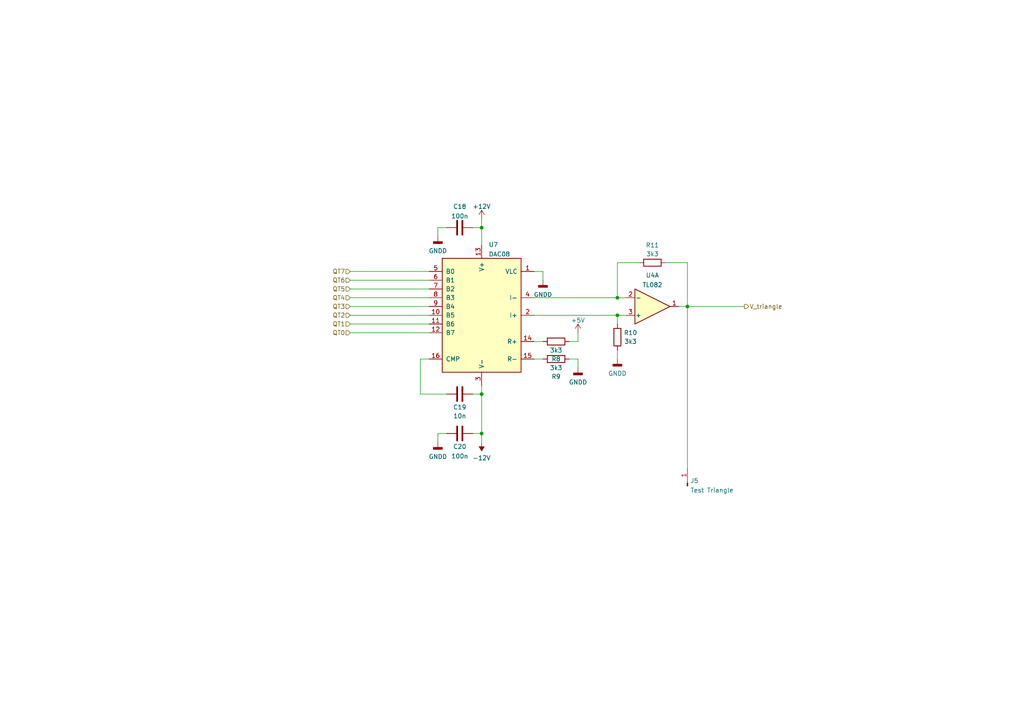
<source format=kicad_sch>
(kicad_sch (version 20211123) (generator eeschema)
  (paper "A4")
  (title_block (title "FGVCO - Core 2") (date "2022-05-31") (company "Gottardo Filippo"))
  (lib_symbols
    (symbol "Amplifier_Operational:TL082" (pin_names (offset 0.127))
      (property "Reference" "U" (at 0 5.08 0))
      (property "Value" "TL082" (at 0 -5.08 0))
      (symbol "TL082_1_1"
        (polyline (pts (xy -5.08 5.08) (xy 5.08 0) (xy -5.08 -5.08) (xy -5.08 5.08)) (stroke (width 0.254)) (fill (type background)))
        (pin output line (at 7.62 0 180) (length 2.54) (name "~") (number "1"))
        (pin input line (at -7.62 -2.54 0) (length 2.54) (name "-") (number "2"))
        (pin input line (at -7.62 2.54 0) (length 2.54) (name "+") (number "3"))
      )
      (symbol "TL082_2_1"
        (polyline (pts (xy -5.08 5.08) (xy 5.08 0) (xy -5.08 -5.08) (xy -5.08 5.08)) (stroke (width 0.254)) (fill (type background)))
        (pin input line (at -7.62 2.54 0) (length 2.54) (name "+") (number "5"))
        (pin input line (at -7.62 -2.54 0) (length 2.54) (name "-") (number "6"))
        (pin output line (at 7.62 0 180) (length 2.54) (name "~") (number "7"))
      )
      (symbol "TL082_3_1"
        (pin power_in line (at -2.54 -7.62 90) (length 3.81) (name "V-") (number "4"))
        (pin power_in line (at -2.54 7.62 270) (length 3.81) (name "V+") (number "8"))
      )
    )
    (symbol "Analog_DAC:DAC08" (pin_names (offset 1.016))
      (property "Reference" "U?" (at 2.0194 20.4765 0))
      (property "Value" "DAC08" (at 2.0194 17.7014 0))
      (symbol "DAC08_0_1"
        (rectangle (start -11.43 -16.51) (end 11.43 16.51) (stroke (width 0.254)) (fill (type background)))
      )
      (symbol "DAC08_1_1"
        (pin input line (at 15.24 12.7 180) (length 3.81) (name "VLC") (number "1"))
        (pin input line (at -15.24 0 0) (length 3.81) (name "B5") (number "10"))
        (pin input line (at -15.24 -2.54 0) (length 3.81) (name "B6") (number "11"))
        (pin input line (at -15.24 -5.08 0) (length 3.81) (name "B7") (number "12"))
        (pin power_in line (at 0 20.32 270) (length 3.81) (name "V+") (number "13"))
        (pin input line (at 15.24 -7.62 180) (length 3.81) (name "R+") (number "14"))
        (pin input line (at 15.24 -12.7 180) (length 3.81) (name "R-") (number "15"))
        (pin input line (at -15.24 -12.7 0) (length 3.81) (name "CMP") (number "16"))
        (pin output line (at 15.24 0 180) (length 3.81) (name "I+") (number "2"))
        (pin power_in line (at 0 -20.32 90) (length 3.81) (name "V-") (number "3"))
        (pin output line (at 15.24 5.08 180) (length 3.81) (name "I-") (number "4"))
        (pin input line (at -15.24 12.7 0) (length 3.81) (name "B0") (number "5"))
        (pin input line (at -15.24 10.16 0) (length 3.81) (name "B1") (number "6"))
        (pin input line (at -15.24 7.62 0) (length 3.81) (name "B2") (number "7"))
        (pin input line (at -15.24 5.08 0) (length 3.81) (name "B3") (number "8"))
        (pin input line (at -15.24 2.54 0) (length 3.81) (name "B4") (number "9"))
      )
    )
    (symbol "Connector:Conn_01x01_Male" (pin_names (offset 1.016) hide)
      (property "Reference" "J" (at 0 2.54 0))
      (property "Value" "Conn_01x01_Male" (at 0 -2.54 0))
      (symbol "Conn_01x01_Male_1_1"
        (polyline (pts (xy 1.27 0) (xy 0.8636 0)) (stroke (width 0.1524)))
        (rectangle (start 0.8636 0.127) (end 0 -0.127) (stroke (width 0.1524)) (fill (type outline)))
        (pin passive line (at 5.08 0 180) (length 3.81) (name "Pin_1") (number "1"))
      )
    )
    (symbol "Device:C" (pin_numbers hide) (pin_names (offset 0.254))
      (property "Reference" "C" (at 0.635 2.54 0))
      (property "Value" "C" (at 0.635 -2.54 0))
      (symbol "C_0_1"
        (polyline (pts (xy -2.032 -0.762) (xy 2.032 -0.762)) (stroke (width 0.508)))
        (polyline (pts (xy -2.032 0.762) (xy 2.032 0.762)) (stroke (width 0.508)))
      )
      (symbol "C_1_1"
        (pin passive line (at 0 3.81 270) (length 2.794) (name "~") (number "1"))
        (pin passive line (at 0 -3.81 90) (length 2.794) (name "~") (number "2"))
      )
    )
    (symbol "Device:R" (pin_numbers hide) (pin_names (offset 0))
      (property "Reference" "R" (at 2.032 0 90))
      (property "Value" "R" (at 0 0 90))
      (symbol "R_0_1"
        (rectangle (start -1.016 -2.54) (end 1.016 2.54) (stroke (width 0.254)))
      )
      (symbol "R_1_1"
        (pin passive line (at 0 3.81 270) (length 1.27) (name "~") (number "1"))
        (pin passive line (at 0 -3.81 90) (length 1.27) (name "~") (number "2"))
      )
    )
    (symbol "power:+12V" (power) (pin_names (offset 0))
      (property "Value" "+12V" (at 0 3.556 0))
      (symbol "+12V_0_1"
        (polyline (pts (xy -0.762 1.27) (xy 0 2.54)))
        (polyline (pts (xy 0 0) (xy 0 2.54)))
        (polyline (pts (xy 0 2.54) (xy 0.762 1.27)))
      )
      (symbol "+12V_1_1"
        (pin power_in line (at 0 0 90) (length 0) hide (name "+12V") (number "1"))
      )
    )
    (symbol "power:+5V" (power) (pin_names (offset 0))
      (property "Value" "+5V" (at 0 3.556 0))
      (symbol "+5V_0_1"
        (polyline (pts (xy -0.762 1.27) (xy 0 2.54)))
        (polyline (pts (xy 0 0) (xy 0 2.54)))
        (polyline (pts (xy 0 2.54) (xy 0.762 1.27)))
      )
      (symbol "+5V_1_1"
        (pin power_in line (at 0 0 90) (length 0) hide (name "+5V") (number "1"))
      )
    )
    (symbol "power:-12V" (power) (pin_names (offset 0))
      (property "Value" "-12V" (at 0 3.81 0))
      (symbol "-12V_0_0"
        (pin power_in line (at 0 0 90) (length 0) hide (name "-12V") (number "1"))
      )
      (symbol "-12V_0_1"
        (polyline (pts (xy 0 0) (xy 0 1.27) (xy 0.762 1.27) (xy 0 2.54) (xy -0.762 1.27) (xy 0 1.27)) (fill (type outline)))
      )
    )
    (symbol "power:GNDD" (power) (pin_names (offset 0))
      (property "Value" "GNDD" (at 0 -3.175 0))
      (symbol "GNDD_0_1"
        (rectangle (start -1.27 -1.524) (end 1.27 -2.032) (stroke (width 0.254)) (fill (type outline)))
        (polyline (pts (xy 0 0) (xy 0 -1.524)))
      )
      (symbol "GNDD_1_1"
        (pin power_in line (at 0 0 270) (length 0) hide (name "GNDD") (number "1"))
      )
    )
  )
  (junction (at 179.07 86.36))
  (junction (at 139.7 114.3))
  (junction (at 139.7 125.73))
  (junction (at 199.39 88.9))
  (junction (at 179.07 91.44))
  (junction (at 139.7 66.04))
  (wire (pts (xy 101.6 91.44) (xy 124.46 91.44)))
  (wire (pts (xy 179.07 104.14) (xy 179.07 101.6)))
  (wire (pts (xy 139.7 66.04) (xy 139.7 71.12)))
  (wire (pts (xy 101.6 81.28) (xy 124.46 81.28)))
  (wire (pts (xy 154.94 104.14) (xy 157.48 104.14)))
  (wire (pts (xy 185.42 76.2) (xy 179.07 76.2)))
  (wire (pts (xy 179.07 91.44) (xy 181.61 91.44)))
  (wire (pts (xy 101.6 78.74) (xy 124.46 78.74)))
  (wire (pts (xy 139.7 125.73) (xy 139.7 128.27)))
  (wire (pts (xy 165.1 104.14) (xy 167.64 104.14)))
  (wire (pts (xy 139.7 114.3) (xy 139.7 125.73)))
  (wire (pts (xy 121.92 114.3) (xy 121.92 104.14)))
  (wire (pts (xy 127 66.04) (xy 129.54 66.04)))
  (wire (pts (xy 179.07 91.44) (xy 179.07 93.98)))
  (wire (pts (xy 101.6 83.82) (xy 124.46 83.82)))
  (wire (pts (xy 199.39 88.9) (xy 196.85 88.9)))
  (wire (pts (xy 129.54 114.3) (xy 121.92 114.3)))
  (wire (pts (xy 179.07 76.2) (xy 179.07 86.36)))
  (wire (pts (xy 127 128.27) (xy 127 125.73)))
  (wire (pts (xy 137.16 66.04) (xy 139.7 66.04)))
  (wire (pts (xy 199.39 88.9) (xy 215.9 88.9)))
  (wire (pts (xy 139.7 63.5) (xy 139.7 66.04)))
  (wire (pts (xy 101.6 93.98) (xy 124.46 93.98)))
  (wire (pts (xy 199.39 88.9) (xy 199.39 135.89)))
  (wire (pts (xy 101.6 96.52) (xy 124.46 96.52)))
  (wire (pts (xy 154.94 91.44) (xy 179.07 91.44)))
  (wire (pts (xy 179.07 86.36) (xy 181.61 86.36)))
  (wire (pts (xy 167.64 106.68) (xy 167.64 104.14)))
  (wire (pts (xy 121.92 104.14) (xy 124.46 104.14)))
  (wire (pts (xy 199.39 76.2) (xy 199.39 88.9)))
  (wire (pts (xy 193.04 76.2) (xy 199.39 76.2)))
  (wire (pts (xy 127 68.58) (xy 127 66.04)))
  (wire (pts (xy 139.7 111.76) (xy 139.7 114.3)))
  (wire (pts (xy 137.16 125.73) (xy 139.7 125.73)))
  (wire (pts (xy 127 125.73) (xy 129.54 125.73)))
  (wire (pts (xy 167.64 96.52) (xy 167.64 99.06)))
  (wire (pts (xy 137.16 114.3) (xy 139.7 114.3)))
  (wire (pts (xy 101.6 86.36) (xy 124.46 86.36)))
  (wire (pts (xy 157.48 81.28) (xy 157.48 78.74)))
  (wire (pts (xy 165.1 99.06) (xy 167.64 99.06)))
  (wire (pts (xy 154.94 99.06) (xy 157.48 99.06)))
  (wire (pts (xy 154.94 78.74) (xy 157.48 78.74)))
  (wire (pts (xy 101.6 88.9) (xy 124.46 88.9)))
  (wire (pts (xy 154.94 86.36) (xy 179.07 86.36)))
  (hierarchical_label "V_triangle" (shape output) (at 215.9 88.9 0))
  (hierarchical_label "QT4" (shape input) (at 101.6 86.36 180))
  (hierarchical_label "QT5" (shape input) (at 101.6 83.82 180))
  (hierarchical_label "QT3" (shape input) (at 101.6 88.9 180))
  (hierarchical_label "QT2" (shape input) (at 101.6 91.44 180))
  (hierarchical_label "QT7" (shape input) (at 101.6 78.74 180))
  (hierarchical_label "QT1" (shape input) (at 101.6 93.98 180))
  (hierarchical_label "QT0" (shape input) (at 101.6 96.52 180))
  (hierarchical_label "QT6" (shape input) (at 101.6 81.28 180))
  (symbol (lib_id "Device:R") (at 161.29 104.14 90) (unit 1)
    (property "Reference" "R9" (at 161.29 109.22 90))
    (property "Value" "3k3" (at 161.29 106.68 90))
    (property "Footprint" "Resistor_THT:R_Axial_DIN0207_L6.3mm_D2.5mm_P10.16mm_Horizontal" (effects hide))
  )
  (symbol (lib_id "power:GNDD") (at 179.07 104.14 0) (unit 1)
    (property "Reference" "#PWR051" (effects hide))
    (property "Value" "GNDD" (at 179.07 108.3215 0))
  )
  (symbol (lib_id "Amplifier_Operational:TL082") (at 189.23 88.9 0) (mirror x) (unit 1)
    (property "Reference" "U4" (at 189.23 79.8535 0))
    (property "Value" "TL082" (at 189.23 82.6286 0))
    (property "Footprint" "Custom Footprints:DIP-8_central_caps" (effects hide))
    (property "Datasheet" "http://www.ti.com/lit/ds/symlink/tl081.pdf" (effects hide))
  )
  (symbol (lib_id "Device:R") (at 161.29 99.06 270) (unit 1)
    (property "Reference" "R8" (at 161.29 104.14 90))
    (property "Value" "3k3" (at 161.29 101.6 90))
    (property "Footprint" "Resistor_THT:R_Axial_DIN0207_L6.3mm_D2.5mm_P10.16mm_Horizontal" (effects hide))
  )
  (symbol (lib_id "Device:R") (at 189.23 76.2 90) (unit 1)
    (property "Reference" "R11" (at 189.23 71.12 90))
    (property "Value" "3k3" (at 189.23 73.66 90))
    (property "Footprint" "Resistor_THT:R_Axial_DIN0207_L6.3mm_D2.5mm_P10.16mm_Horizontal" (effects hide))
  )
  (symbol (lib_id "Device:C") (at 133.35 125.73 270) (mirror x) (unit 1)
    (property "Reference" "C20" (at 133.35 129.54 90))
    (property "Value" "100n" (at 133.35 132.3151 90))
    (property "Footprint" "Custom Footprints:C_Disc_P2.54mm" (effects hide))
  )
  (symbol (lib_id "Device:C") (at 133.35 66.04 90) (unit 1)
    (property "Reference" "C18" (at 133.35 59.9145 90))
    (property "Value" "100n" (at 133.35 62.6896 90))
    (property "Footprint" "Custom Footprints:C_Disc_P2.54mm" (effects hide))
  )
  (symbol (lib_id "power:+5V") (at 167.64 96.52 0) (unit 1)
    (property "Reference" "#PWR049" (effects hide))
    (property "Value" "+5V" (at 167.64 92.9155 0))
  )
  (symbol (lib_id "Analog_DAC:DAC08") (at 139.7 91.44 0) (unit 1)
    (property "Reference" "U7" (at 141.7194 70.9635 0) (effects (justify left)))
    (property "Value" "DAC08" (at 141.7194 73.7386 0) (effects (justify left)))
    (property "Footprint" "Custom Footprints:DIP-16_central_caps" (effects hide))
    (property "Datasheet" "https://www.analog.com/media/en/technical-documentation/data-sheets/DAC08.pdf" (effects hide))
  )
  (symbol (lib_id "power:GNDD") (at 127 68.58 0) (unit 1)
    (property "Reference" "#PWR044" (effects hide))
    (property "Value" "GNDD" (at 127 72.7615 0))
  )
  (symbol (lib_id "Device:C") (at 133.35 114.3 270) (mirror x) (unit 1)
    (property "Reference" "C19" (at 133.35 118.11 90))
    (property "Value" "10n" (at 133.35 120.65 90))
    (property "Footprint" "Custom Footprints:C_Disc_P2.54mm" (effects hide))
  )
  (symbol (lib_id "power:+12V") (at 139.7 63.5 0) (unit 1)
    (property "Reference" "#PWR046" (effects hide))
    (property "Value" "+12V" (at 139.7 59.8955 0))
  )
  (symbol (lib_id "Device:R") (at 179.07 97.79 180) (unit 1)
    (property "Reference" "R10" (at 182.88 96.52 0))
    (property "Value" "3k3" (at 182.88 99.06 0))
    (property "Footprint" "Resistor_THT:R_Axial_DIN0207_L6.3mm_D2.5mm_P10.16mm_Horizontal" (effects hide))
  )
  (symbol (lib_id "power:-12V") (at 139.7 128.27 180) (unit 1)
    (property "Reference" "#PWR047" (effects hide))
    (property "Value" "-12V" (at 139.7 132.8325 0))
  )
  (symbol (lib_id "power:GNDD") (at 167.64 106.68 0) (unit 1)
    (property "Reference" "#PWR050" (effects hide))
    (property "Value" "GNDD" (at 167.64 110.8615 0))
  )
  (symbol (lib_id "Connector:Conn_01x01_Male") (at 199.39 140.97 90) (unit 1)
    (property "Reference" "J5" (at 200.2282 139.4265 90) (effects (justify right)))
    (property "Value" "Test Triangle" (at 200.2282 142.2016 90) (effects (justify right)))
    (property "Footprint" "Connector_PinHeader_2.54mm:PinHeader_1x01_P2.54mm_Vertical" (effects hide))
  )
  (symbol (lib_id "power:GNDD") (at 157.48 81.28 0) (unit 1)
    (property "Reference" "#PWR048" (effects hide))
    (property "Value" "GNDD" (at 157.48 85.4615 0))
  )
  (symbol (lib_id "power:GNDD") (at 127 128.27 0) (unit 1)
    (property "Reference" "#PWR045" (effects hide))
    (property "Value" "GNDD" (at 127 132.4515 0))
  )
)
</source>
